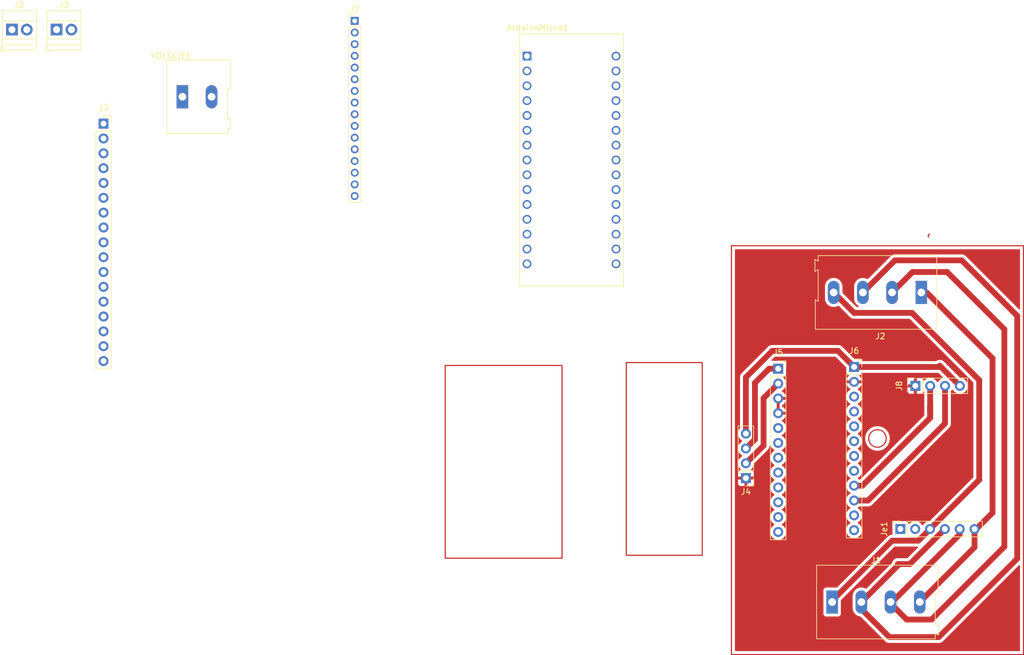
<source format=kicad_pcb>
(kicad_pcb (version 20240108) (generator "pcbnew") (generator_version "8.0")
  (layers (0 "F.Cu" signal) (31 "B.Cu" signal) (34 "B.Paste" user) (35 "F.Paste" user) (36 "B.SilkS" user "B.Silkscreen") (37 "F.SilkS" user "F.Silkscreen") (38 "B.Mask" user) (39 "F.Mask" user) (44 "Edge.Cuts" user))
  (net 0 "")
  (net 46 "Net-(J1-Pin_3)")
  (net 47 "Net-(J1-Pin_1)")
  (net 48 "Net-(J1-Pin_4)")
  (net 49 "Net-(J1-Pin_2)")
  (net 84 "Net-(J4-Pin_3)")
  (net 85 "Net-(J4-Pin_4)")
  (net 86 "GND")
  (net 89 "Net-(J4-Pin_2)")
  (net 92 "Net-(J6-Pin_9)")
  (net 93 "Net-(J6-Pin_10)")
  (footprint "Connector_PinSocket_2.54mm:PinSocket_1x12_P2.54mm_Vertical" (layer "F.Cu") (at 236.5 83.76)
    (property "Reference" "J6" (at 0 -2.77 360) (layer "F.SilkS"))
    (property "Value" "Conn_01x12_Pin")
    (fp_line (start -1.33 1.27) (end -1.33 29.27) (stroke (width 0.12)) (layer "F.SilkS"))
    (fp_line (start -1.33 1.27) (end 1.33 1.27) (stroke (width 0.12)) (layer "F.SilkS"))
    (fp_line (start -1.33 29.27) (end 1.33 29.27) (stroke (width 0.12)) (layer "F.SilkS"))
    (fp_line (start 0 -1.33) (end 1.33 -1.33) (stroke (width 0.12)) (layer "F.SilkS"))
    (fp_line (start 1.33 -1.33) (end 1.33 0) (stroke (width 0.12)) (layer "F.SilkS"))
    (fp_line (start 1.33 1.27) (end 1.33 29.27) (stroke (width 0.12)) (layer "F.SilkS"))
    (pad "1" thru_hole rect (at 0 0) (size 1.7 1.7) (drill 1) (layers "*.Cu" "*.Mask") (net 85 "Net-(J4-Pin_4)"))
    (pad "2" thru_hole oval (at 0 2.54) (size 1.7 1.7) (drill 1) (layers "*.Cu" "*.Mask") (net 86 "GND"))
    (pad "3" thru_hole oval (at 0 5.08) (size 1.7 1.7) (drill 1) (layers "*.Cu" "*.Mask"))
    (pad "4" thru_hole oval (at 0 7.62) (size 1.7 1.7) (drill 1) (layers "*.Cu" "*.Mask"))
    (pad "5" thru_hole oval (at 0 10.16) (size 1.7 1.7) (drill 1) (layers "*.Cu" "*.Mask"))
    (pad "6" thru_hole oval (at 0 12.7) (size 1.7 1.7) (drill 1) (layers "*.Cu" "*.Mask"))
    (pad "7" thru_hole oval (at 0 15.24) (size 1.7 1.7) (drill 1) (layers "*.Cu" "*.Mask"))
    (pad "8" thru_hole oval (at 0 17.78) (size 1.7 1.7) (drill 1) (layers "*.Cu" "*.Mask"))
    (pad "9" thru_hole oval (at 0 20.32) (size 1.7 1.7) (drill 1) (layers "*.Cu" "*.Mask") (net 92 "Net-(J6-Pin_9)"))
    (pad "10" thru_hole oval (at 0 22.86) (size 1.7 1.7) (drill 1) (layers "*.Cu" "*.Mask") (net 93 "Net-(J6-Pin_10)"))
    (pad "11" thru_hole oval (at 0 25.4) (size 1.7 1.7) (drill 1) (layers "*.Cu" "*.Mask"))
    (pad "12" thru_hole oval (at 0 27.94) (size 1.7 1.7) (drill 1) (layers "*.Cu" "*.Mask"))
  )
  (footprint "TerminalBlock:TerminalBlock_Xinya_XY308-2.54-2P_1x02_P2.54mm_Horizontal" (layer "F.Cu") (at 92.32 26)
    (property "Reference" "J2" (at 1.27 -4.22 0) (layer "F.SilkS"))
    (property "Value" "Screw_Terminal_01x02")
    (fp_line (start -1.88 2.72) (end -1.88 3.76) (stroke (width 0.12)) (layer "F.SilkS"))
    (fp_line (start -1.88 3.76) (end -1.08 3.76) (stroke (width 0.12)) (layer "F.SilkS"))
    (fp_line (start -1.64 -3.22) (end -1.64 3.52) (stroke (width 0.12)) (layer "F.SilkS"))
    (fp_line (start -1.64 -3.22) (end 4.18 -3.22) (stroke (width 0.12)) (layer "F.SilkS"))
    (fp_line (start -1.64 -1.501) (end 4.18 -1.501) (stroke (width 0.12)) (layer "F.SilkS"))
    (fp_line (start -1.64 1.6) (end 4.18 1.6) (stroke (width 0.12)) (layer "F.SilkS"))
    (fp_line (start -1.64 2.6) (end 4.18 2.6) (stroke (width 0.12)) (layer "F.SilkS"))
    (fp_line (start -1.64 3.52) (end 4.18 3.52) (stroke (width 0.12)) (layer "F.SilkS"))
    (fp_line (start 4.18 -3.22) (end 4.18 3.52) (stroke (width 0.12)) (layer "F.SilkS"))
    (pad "1" thru_hole rect (at 0 0) (size 2 2) (drill 1.2) (layers "*.Cu" "*.Mask"))
    (pad "2" thru_hole circle (at 2.54 0) (size 2 2) (drill 1.2) (layers "*.Cu" "*.Mask"))
  )
  (footprint "Connector_PinSocket_2.54mm:PinSocket_1x12_P2.54mm_Vertical" (layer "F.Cu") (at 223.5 84.06)
    (property "Reference" "J5" (at 0 -2.77 360) (layer "F.SilkS"))
    (property "Value" "Conn_01x12_Pin")
    (fp_line (start -1.33 1.27) (end -1.33 29.27) (stroke (width 0.12)) (layer "F.SilkS"))
    (fp_line (start -1.33 1.27) (end 1.33 1.27) (stroke (width 0.12)) (layer "F.SilkS"))
    (fp_line (start -1.33 29.27) (end 1.33 29.27) (stroke (width 0.12)) (layer "F.SilkS"))
    (fp_line (start 0 -1.33) (end 1.33 -1.33) (stroke (width 0.12)) (layer "F.SilkS"))
    (fp_line (start 1.33 -1.33) (end 1.33 0) (stroke (width 0.12)) (layer "F.SilkS"))
    (fp_line (start 1.33 1.27) (end 1.33 29.27) (stroke (width 0.12)) (layer "F.SilkS"))
    (pad "1" thru_hole rect (at 0 0) (size 1.7 1.7) (drill 1) (layers "*.Cu" "*.Mask") (net 84 "Net-(J4-Pin_3)"))
    (pad "2" thru_hole oval (at 0 2.54) (size 1.7 1.7) (drill 1) (layers "*.Cu" "*.Mask") (net 89 "Net-(J4-Pin_2)"))
    (pad "3" thru_hole oval (at 0 5.08) (size 1.7 1.7) (drill 1) (layers "*.Cu" "*.Mask") (net 86 "GND"))
    (pad "4" thru_hole oval (at 0 7.62) (size 1.7 1.7) (drill 1) (layers "*.Cu" "*.Mask") (net 86 "GND"))
    (pad "5" thru_hole oval (at 0 10.16) (size 1.7 1.7) (drill 1) (layers "*.Cu" "*.Mask"))
    (pad "6" thru_hole oval (at 0 12.7) (size 1.7 1.7) (drill 1) (layers "*.Cu" "*.Mask"))
    (pad "7" thru_hole oval (at 0 15.24) (size 1.7 1.7) (drill 1) (layers "*.Cu" "*.Mask"))
    (pad "8" thru_hole oval (at 0 17.78) (size 1.7 1.7) (drill 1) (layers "*.Cu" "*.Mask"))
    (pad "9" thru_hole oval (at 0 20.32) (size 1.7 1.7) (drill 1) (layers "*.Cu" "*.Mask"))
    (pad "10" thru_hole oval (at 0 22.86) (size 1.7 1.7) (drill 1) (layers "*.Cu" "*.Mask"))
    (pad "11" thru_hole oval (at 0 25.4) (size 1.7 1.7) (drill 1) (layers "*.Cu" "*.Mask"))
    (pad "12" thru_hole oval (at 0 27.94) (size 1.7 1.7) (drill 1) (layers "*.Cu" "*.Mask"))
  )
  (footprint "Connector_PinHeader_2.00mm:PinHeader_1x16_P2.00mm_Vertical" (layer "F.Cu") (at 151 24.5)
    (property "Reference" "J2" (at 0 -2.06 0) (layer "F.SilkS"))
    (property "Value" "Conn_01x16_Socket")
    (fp_line (start -1.06 -1.06) (end 0 -1.06) (stroke (width 0.12)) (layer "F.SilkS"))
    (fp_line (start -1.06 0) (end -1.06 -1.06) (stroke (width 0.12)) (layer "F.SilkS"))
    (fp_line (start -1.06 1) (end -1.06 31.06) (stroke (width 0.12)) (layer "F.SilkS"))
    (fp_line (start -1.06 1) (end 1.06 1) (stroke (width 0.12)) (layer "F.SilkS"))
    (fp_line (start -1.06 31.06) (end 1.06 31.06) (stroke (width 0.12)) (layer "F.SilkS"))
    (fp_line (start 1.06 1) (end 1.06 31.06) (stroke (width 0.12)) (layer "F.SilkS"))
    (pad "1" thru_hole rect (at 0 0) (size 1.35 1.35) (drill 0.8) (layers "*.Cu" "*.Mask"))
    (pad "2" thru_hole oval (at 0 2) (size 1.35 1.35) (drill 0.8) (layers "*.Cu" "*.Mask"))
    (pad "3" thru_hole oval (at 0 4) (size 1.35 1.35) (drill 0.8) (layers "*.Cu" "*.Mask"))
    (pad "4" thru_hole oval (at 0 6) (size 1.35 1.35) (drill 0.8) (layers "*.Cu" "*.Mask"))
    (pad "5" thru_hole oval (at 0 8) (size 1.35 1.35) (drill 0.8) (layers "*.Cu" "*.Mask"))
    (pad "6" thru_hole oval (at 0 10) (size 1.35 1.35) (drill 0.8) (layers "*.Cu" "*.Mask"))
    (pad "7" thru_hole oval (at 0 12) (size 1.35 1.35) (drill 0.8) (layers "*.Cu" "*.Mask"))
    (pad "8" thru_hole oval (at 0 14) (size 1.35 1.35) (drill 0.8) (layers "*.Cu" "*.Mask"))
    (pad "9" thru_hole oval (at 0 16) (size 1.35 1.35) (drill 0.8) (layers "*.Cu" "*.Mask"))
    (pad "10" thru_hole oval (at 0 18) (size 1.35 1.35) (drill 0.8) (layers "*.Cu" "*.Mask"))
    (pad "11" thru_hole oval (at 0 20) (size 1.35 1.35) (drill 0.8) (layers "*.Cu" "*.Mask"))
    (pad "12" thru_hole oval (at 0 22) (size 1.35 1.35) (drill 0.8) (layers "*.Cu" "*.Mask"))
    (pad "13" thru_hole oval (at 0 24) (size 1.35 1.35) (drill 0.8) (layers "*.Cu" "*.Mask"))
    (pad "14" thru_hole oval (at 0 26) (size 1.35 1.35) (drill 0.8) (layers "*.Cu" "*.Mask"))
    (pad "15" thru_hole oval (at 0 28) (size 1.35 1.35) (drill 0.8) (layers "*.Cu" "*.Mask"))
    (pad "16" thru_hole oval (at 0 30) (size 1.35 1.35) (drill 0.8) (layers "*.Cu" "*.Mask"))
  )
  (footprint "TerminalBlock:TerminalBlock_Altech_AK300-4_P5.00mm" (layer "F.Cu") (at 248 71 180)
    (property "Reference" "J2" (at 7 -7.5 360) (layer "F.SilkS"))
    (property "Value" "Screw_Terminal_01x04")
    (fp_line (start 18.2 5.65) (end 17.65 5.35) (stroke (width 0.12)) (layer "F.SilkS"))
    (fp_line (start 18.2 3.6) (end 18.2 5.65) (stroke (width 0.12)) (layer "F.SilkS"))
    (fp_line (start 18.15 -1.25) (end 17.65 -1.5) (stroke (width 0.12)) (layer "F.SilkS"))
    (fp_line (start 18.15 -6.3) (end 18.15 -1.25) (stroke (width 0.12)) (layer "F.SilkS"))
    (fp_line (start 17.65 6.3) (end -2.65 6.3) (stroke (width 0.12)) (layer "F.SilkS"))
    (fp_line (start 17.65 5.35) (end 17.65 6.3) (stroke (width 0.12)) (layer "F.SilkS"))
    (fp_line (start 17.65 3.9) (end 18.2 3.6) (stroke (width 0.12)) (layer "F.SilkS"))
    (fp_line (start 17.65 -1.5) (end 17.65 3.9) (stroke (width 0.12)) (layer "F.SilkS"))
    (fp_line (start -2.65 6.3) (end -2.65 -6.3) (stroke (width 0.12)) (layer "F.SilkS"))
    (fp_line (start -2.65 -6.3) (end 18.15 -6.3) (stroke (width 0.12)) (layer "F.SilkS"))
    (pad "1" thru_hole rect (at 0 0 180) (size 1.98 3.96) (drill 1.32) (layers "*.Cu" "*.Mask") (net 48 "Net-(J1-Pin_4)"))
    (pad "2" thru_hole oval (at 5 0 180) (size 1.98 3.96) (drill 1.32) (layers "*.Cu" "*.Mask") (net 46 "Net-(J1-Pin_3)"))
    (pad "3" thru_hole oval (at 10 0 180) (size 1.98 3.96) (drill 1.32) (layers "*.Cu" "*.Mask") (net 49 "Net-(J1-Pin_2)"))
    (pad "4" thru_hole oval (at 15 0 180) (size 1.98 3.96) (drill 1.32) (layers "*.Cu" "*.Mask") (net 47 "Net-(J1-Pin_1)"))
  )
  (footprint "Connector_PinSocket_2.54mm:PinSocket_1x17_P2.54mm_Vertical" (layer "F.Cu") (at 108 42.1)
    (property "Reference" "J3" (at 0 -2.77 0) (layer "F.SilkS"))
    (property "Value" "Conn_01x17_Pin")
    (fp_line (start -1.33 1.27) (end -1.33 41.97) (stroke (width 0.12)) (layer "F.SilkS"))
    (fp_line (start -1.33 1.27) (end 1.33 1.27) (stroke (width 0.12)) (layer "F.SilkS"))
    (fp_line (start -1.33 41.97) (end 1.33 41.97) (stroke (width 0.12)) (layer "F.SilkS"))
    (fp_line (start 0 -1.33) (end 1.33 -1.33) (stroke (width 0.12)) (layer "F.SilkS"))
    (fp_line (start 1.33 -1.33) (end 1.33 0) (stroke (width 0.12)) (layer "F.SilkS"))
    (fp_line (start 1.33 1.27) (end 1.33 41.97) (stroke (width 0.12)) (layer "F.SilkS"))
    (pad "1" thru_hole rect (at 0 0) (size 1.7 1.7) (drill 1) (layers "*.Cu" "*.Mask"))
    (pad "2" thru_hole oval (at 0 2.54) (size 1.7 1.7) (drill 1) (layers "*.Cu" "*.Mask"))
    (pad "3" thru_hole oval (at 0 5.08) (size 1.7 1.7) (drill 1) (layers "*.Cu" "*.Mask"))
    (pad "4" thru_hole oval (at 0 7.62) (size 1.7 1.7) (drill 1) (layers "*.Cu" "*.Mask"))
    (pad "5" thru_hole oval (at 0 10.16) (size 1.7 1.7) (drill 1) (layers "*.Cu" "*.Mask"))
    (pad "6" thru_hole oval (at 0 12.7) (size 1.7 1.7) (drill 1) (layers "*.Cu" "*.Mask"))
    (pad "7" thru_hole oval (at 0 15.24) (size 1.7 1.7) (drill 1) (layers "*.Cu" "*.Mask"))
    (pad "8" thru_hole oval (at 0 17.78) (size 1.7 1.7) (drill 1) (layers "*.Cu" "*.Mask"))
    (pad "9" thru_hole oval (at 0 20.32) (size 1.7 1.7) (drill 1) (layers "*.Cu" "*.Mask"))
    (pad "10" thru_hole oval (at 0 22.86) (size 1.7 1.7) (drill 1) (layers "*.Cu" "*.Mask"))
    (pad "11" thru_hole oval (at 0 25.4) (size 1.7 1.7) (drill 1) (layers "*.Cu" "*.Mask"))
    (pad "12" thru_hole oval (at 0 27.94) (size 1.7 1.7) (drill 1) (layers "*.Cu" "*.Mask"))
    (pad "13" thru_hole oval (at 0 30.48) (size 1.7 1.7) (drill 1) (layers "*.Cu" "*.Mask"))
    (pad "14" thru_hole oval (at 0 33.02) (size 1.7 1.7) (drill 1) (layers "*.Cu" "*.Mask"))
    (pad "15" thru_hole oval (at 0 35.56) (size 1.7 1.7) (drill 1) (layers "*.Cu" "*.Mask"))
    (pad "16" thru_hole oval (at 0 38.1) (size 1.7 1.7) (drill 1) (layers "*.Cu" "*.Mask"))
    (pad "17" thru_hole oval (at 0 40.64) (size 1.7 1.7) (drill 1) (layers "*.Cu" "*.Mask"))
  )
  (footprint "TerminalBlock:TerminalBlock_Altech_AK300-4_P5.00mm" (layer "F.Cu") (at 232.74 124)
    (property "Reference" "J1" (at 7.5 -7.15 360) (layer "F.SilkS"))
    (property "Value" "Screw_Terminal_01x04")
    (fp_line (start -2.65 -6.3) (end 18.15 -6.3) (stroke (width 0.12)) (layer "F.SilkS"))
    (fp_line (start -2.65 6.3) (end -2.65 -6.3) (stroke (width 0.12)) (layer "F.SilkS"))
    (fp_line (start 17.65 -1.5) (end 17.65 3.9) (stroke (width 0.12)) (layer "F.SilkS"))
    (fp_line (start 17.65 3.9) (end 18.2 3.6) (stroke (width 0.12)) (layer "F.SilkS"))
    (fp_line (start 17.65 5.35) (end 17.65 6.3) (stroke (width 0.12)) (layer "F.SilkS"))
    (fp_line (start 17.65 6.3) (end -2.65 6.3) (stroke (width 0.12)) (layer "F.SilkS"))
    (fp_line (start 18.15 -6.3) (end 18.15 -1.25) (stroke (width 0.12)) (layer "F.SilkS"))
    (fp_line (start 18.15 -1.25) (end 17.65 -1.5) (stroke (width 0.12)) (layer "F.SilkS"))
    (fp_line (start 18.2 3.6) (end 18.2 5.65) (stroke (width 0.12)) (layer "F.SilkS"))
    (fp_line (start 18.2 5.65) (end 17.65 5.35) (stroke (width 0.12)) (layer "F.SilkS"))
    (pad "1" thru_hole rect (at 0 0) (size 1.98 3.96) (drill 1.32) (layers "*.Cu" "*.Mask") (net 47 "Net-(J1-Pin_1)"))
    (pad "2" thru_hole oval (at 5 0) (size 1.98 3.96) (drill 1.32) (layers "*.Cu" "*.Mask") (net 49 "Net-(J1-Pin_2)"))
    (pad "3" thru_hole oval (at 10 0) (size 1.98 3.96) (drill 1.32) (layers "*.Cu" "*.Mask") (net 46 "Net-(J1-Pin_3)"))
    (pad "4" thru_hole oval (at 15 0) (size 1.98 3.96) (drill 1.32) (layers "*.Cu" "*.Mask") (net 48 "Net-(J1-Pin_4)"))
  )
  (footprint "TerminalBlock:TerminalBlock_Altech_AK300-2_P5.00mm" (layer "F.Cu") (at 121.5 37.5)
    (property "Reference" "VOLTAJE1" (at -1.92 -6.99 0) (layer "F.SilkS"))
    (property "Value" "Screw_Terminal_01x02")
    (fp_line (start -2.65 -6.3) (end -2.65 6.3) (stroke (width 0.12)) (layer "F.SilkS"))
    (fp_line (start -2.65 6.3) (end 7.7 6.3) (stroke (width 0.12)) (layer "F.SilkS"))
    (fp_line (start 7.7 -1.5) (end 8.2 -1.2) (stroke (width 0.12)) (layer "F.SilkS"))
    (fp_line (start 7.7 3.9) (end 7.7 -1.5) (stroke (width 0.12)) (layer "F.SilkS"))
    (fp_line (start 7.7 5.35) (end 8.2 5.6) (stroke (width 0.12)) (layer "F.SilkS"))
    (fp_line (start 7.7 6.3) (end 7.7 5.35) (stroke (width 0.12)) (layer "F.SilkS"))
    (fp_line (start 8.2 -6.3) (end -2.65 -6.3) (stroke (width 0.12)) (layer "F.SilkS"))
    (fp_line (start 8.2 -1.2) (end 8.2 -6.3) (stroke (width 0.12)) (layer "F.SilkS"))
    (fp_line (start 8.2 3.65) (end 7.7 3.9) (stroke (width 0.12)) (layer "F.SilkS"))
    (fp_line (start 8.2 3.7) (end 8.2 3.65) (stroke (width 0.12)) (layer "F.SilkS"))
    (fp_line (start 8.2 5.6) (end 8.2 3.7) (stroke (width 0.12)) (layer "F.SilkS"))
    (pad "1" thru_hole rect (at 0 0) (size 1.98 3.96) (drill 1.32) (layers "*.Cu" "*.Mask"))
    (pad "2" thru_hole oval (at 5 0) (size 1.98 3.96) (drill 1.32) (layers "*.Cu" "*.Mask"))
  )
  (footprint "A000005:MODULE_A000005" (layer "F.Cu") (at 188.12 48.32)
    (property "Reference" "ArduinoMicro1" (at -5.825 -22.635 0) (layer "F.SilkS"))
    (property "Value" "A000005")
    (fp_line (start -8.89 -21.59) (end 8.89 -21.59) (stroke (width 0.127)) (layer "F.SilkS"))
    (fp_line (start -8.89 21.59) (end -8.89 -21.59) (stroke (width 0.127)) (layer "F.SilkS"))
    (fp_line (start 8.89 -21.59) (end 8.89 21.59) (stroke (width 0.127)) (layer "F.SilkS"))
    (fp_line (start 8.89 21.59) (end -8.89 21.59) (stroke (width 0.127)) (layer "F.SilkS"))
    (fp_circle (center -9.75 -18) (end -9.65 -18) (stroke (width 0.2)) (fill none) (layer "F.SilkS"))
    (pad "" np_thru_hole circle (at -7.62 -20.32) (size 1.651 1.651) (drill 1.651) (layers "*.Cu" "*.Mask"))
    (pad "" np_thru_hole circle (at -7.62 20.32) (size 1.651 1.651) (drill 1.651) (layers "*.Cu" "*.Mask"))
    (pad "" np_thru_hole circle (at 7.62 -20.32) (size 1.651 1.651) (drill 1.651) (layers "*.Cu" "*.Mask"))
    (pad "" np_thru_hole circle (at 7.62 20.32) (size 1.651 1.651) (drill 1.651) (layers "*.Cu" "*.Mask"))
    (pad "1" thru_hole rect (at -7.62 -17.78) (size 1.508 1.508) (drill 1) (layers "*.Cu" "*.Mask"))
    (pad "2" thru_hole circle (at -7.62 -15.24) (size 1.508 1.508) (drill 1) (layers "*.Cu" "*.Mask"))
    (pad "3" thru_hole circle (at -7.62 -12.7) (size 1.508 1.508) (drill 1) (layers "*.Cu" "*.Mask"))
    (pad "4" thru_hole circle (at -7.62 -10.16) (size 1.508 1.508) (drill 1) (layers "*.Cu" "*.Mask"))
    (pad "5" thru_hole circle (at -7.62 -7.62) (size 1.508 1.508) (drill 1) (layers "*.Cu" "*.Mask"))
    (pad "6" thru_hole circle (at -7.62 -5.08) (size 1.508 1.508) (drill 1) (layers "*.Cu" "*.Mask"))
    (pad "7" thru_hole circle (at -7.62 -2.54) (size 1.508 1.508) (drill 1) (layers "*.Cu" "*.Mask"))
    (pad "8" thru_hole circle (at -7.62 0) (size 1.508 1.508) (drill 1) (layers "*.Cu" "*.Mask"))
    (pad "9" thru_hole circle (at -7.62 2.54) (size 1.508 1.508) (drill 1) (layers "*.Cu" "*.Mask"))
    (pad "10" thru_hole circle (at -7.62 5.08) (size 1.508 1.508) (drill 1) (layers "*.Cu" "*.Mask"))
    (pad "11" thru_hole circle (at -7.62 7.62) (size 1.508 1.508) (drill 1) (layers "*.Cu" "*.Mask"))
    (pad "12" thru_hole circle (at -7.62 10.16) (size 1.508 1.508) (drill 1) (layers "*.Cu" "*.Mask"))
    (pad "13" thru_hole circle (at -7.62 12.7) (size 1.508 1.508) (drill 1) (layers "*.Cu" "*.Mask"))
    (pad "14" thru_hole circle (at -7.62 15.24) (size 1.508 1.508) (drill 1) (layers "*.Cu" "*.Mask"))
    (pad "15" thru_hole circle (at -7.62 17.78) (size 1.508 1.508) (drill 1) (layers "*.Cu" "*.Mask"))
    (pad "16" thru_hole circle (at 7.62 17.78) (size 1.508 1.508) (drill 1) (layers "*.Cu" "*.Mask"))
    (pad "17" thru_hole circle (at 7.62 15.24) (size 1.508 1.508) (drill 1) (layers "*.Cu" "*.Mask"))
    (pad "18" thru_hole circle (at 7.62 12.7) (size 1.508 1.508) (drill 1) (layers "*.Cu" "*.Mask"))
    (pad "19" thru_hole circle (at 7.62 10.16) (size 1.508 1.508) (drill 1) (layers "*.Cu" "*.Mask"))
    (pad "20" thru_hole circle (at 7.62 7.62) (size 1.508 1.508) (drill 1) (layers "*.Cu" "*.Mask"))
    (pad "21" thru_hole circle (at 7.62 5.08) (size 1.508 1.508) (drill 1) (layers "*.Cu" "*.Mask"))
    (pad "22" thru_hole circle (at 7.62 2.54) (size 1.508 1.508) (drill 1) (layers "*.Cu" "*.Mask"))
    (pad "23" thru_hole circle (at 7.62 0) (size 1.508 1.508) (drill 1) (layers "*.Cu" "*.Mask"))
    (pad "24" thru_hole circle (at 7.62 -2.54) (size 1.508 1.508) (drill 1) (layers "*.Cu" "*.Mask"))
    (pad "25" thru_hole circle (at 7.62 -5.08) (size 1.508 1.508) (drill 1) (layers "*.Cu" "*.Mask"))
    (pad "26" thru_hole circle (at 7.62 -7.62) (size 1.508 1.508) (drill 1) (layers "*.Cu" "*.Mask"))
    (pad "27" thru_hole circle (at 7.62 -10.16) (size 1.508 1.508) (drill 1) (layers "*.Cu" "*.Mask"))
    (pad "28" thru_hole circle (at 7.62 -12.7) (size 1.508 1.508) (drill 1) (layers "*.Cu" "*.Mask"))
    (pad "29" thru_hole circle (at 7.62 -15.24) (size 1.508 1.508) (drill 1) (layers "*.Cu" "*.Mask"))
    (pad "30" thru_hole circle (at 7.62 -17.78) (size 1.508 1.508) (drill 1) (layers "*.Cu" "*.Mask"))
  )
  (footprint "Connector_PinSocket_2.54mm:PinSocket_1x04_P2.54mm_Vertical" (layer "F.Cu") (at 246.983481 86.991292 90)
    (property "Reference" "J8" (at 0 -2.77 90) (layer "F.SilkS"))
    (property "Value" "Conn_01x04_Pin")
    (fp_line (start 1.33 -1.33) (end 1.33 0) (stroke (width 0.12)) (layer "F.SilkS"))
    (fp_line (start 0 -1.33) (end 1.33 -1.33) (stroke (width 0.12)) (layer "F.SilkS"))
    (fp_line (start 1.33 1.27) (end 1.33 8.95) (stroke (width 0.12)) (layer "F.SilkS"))
    (fp_line (start -1.33 1.27) (end 1.33 1.27) (stroke (width 0.12)) (layer "F.SilkS"))
    (fp_line (start -1.33 1.27) (end -1.33 8.95) (stroke (width 0.12)) (layer "F.SilkS"))
    (fp_line (start -1.33 8.95) (end 1.33 8.95) (stroke (width 0.12)) (layer "F.SilkS"))
    (pad "1" thru_hole rect (at 0 0 90) (size 1.7 1.7) (drill 1) (layers "*.Cu" "*.Mask") (net 86 "GND"))
    (pad "2" thru_hole oval (at 0 2.54 90) (size 1.7 1.7) (drill 1) (layers "*.Cu" "*.Mask") (net 92 "Net-(J6-Pin_9)"))
    (pad "3" thru_hole oval (at 0 5.08 90) (size 1.7 1.7) (drill 1) (layers "*.Cu" "*.Mask") (net 93 "Net-(J6-Pin_10)"))
    (pad "4" thru_hole oval (at 0 7.62 90) (size 1.7 1.7) (drill 1) (layers "*.Cu" "*.Mask") (net 85 "Net-(J4-Pin_4)"))
  )
  (footprint "TerminalBlock:TerminalBlock_Xinya_XY308-2.54-2P_1x02_P2.54mm_Horizontal" (layer "F.Cu") (at 99.96 26)
    (property "Reference" "J3" (at 1.27 -4.22 0) (layer "F.SilkS"))
    (property "Value" "Screw_Terminal_01x02")
    (fp_line (start -1.88 2.72) (end -1.88 3.76) (stroke (width 0.12)) (layer "F.SilkS"))
    (fp_line (start -1.88 3.76) (end -1.08 3.76) (stroke (width 0.12)) (layer "F.SilkS"))
    (fp_line (start -1.64 -3.22) (end -1.64 3.52) (stroke (width 0.12)) (layer "F.SilkS"))
    (fp_line (start -1.64 -3.22) (end 4.18 -3.22) (stroke (width 0.12)) (layer "F.SilkS"))
    (fp_line (start -1.64 -1.501) (end 4.18 -1.501) (stroke (width 0.12)) (layer "F.SilkS"))
    (fp_line (start -1.64 1.6) (end 4.18 1.6) (stroke (width 0.12)) (layer "F.SilkS"))
    (fp_line (start -1.64 2.6) (end 4.18 2.6) (stroke (width 0.12)) (layer "F.SilkS"))
    (fp_line (start -1.64 3.52) (end 4.18 3.52) (stroke (width 0.12)) (layer "F.SilkS"))
    (fp_line (start 4.18 -3.22) (end 4.18 3.52) (stroke (width 0.12)) (layer "F.SilkS"))
    (pad "1" thru_hole rect (at 0 0) (size 2 2) (drill 1.2) (layers "*.Cu" "*.Mask"))
    (pad "2" thru_hole circle (at 2.54 0) (size 2 2) (drill 1.2) (layers "*.Cu" "*.Mask"))
  )
  (footprint "Connector_PinSocket_2.54mm:PinSocket_1x06_P2.54mm_Vertical" (layer "F.Cu") (at 244.42 111.5 90)
    (property "Reference" "Je1" (at 0 -2.77 90) (layer "F.SilkS"))
    (property "Value" "Conn_01x06_Pin")
    (fp_line (start 1.33 -1.33) (end 1.33 0) (stroke (width 0.12)) (layer "F.SilkS"))
    (fp_line (start 0 -1.33) (end 1.33 -1.33) (stroke (width 0.12)) (layer "F.SilkS"))
    (fp_line (start 1.33 1.27) (end 1.33 14.03) (stroke (width 0.12)) (layer "F.SilkS"))
    (fp_line (start -1.33 1.27) (end 1.33 1.27) (stroke (width 0.12)) (layer "F.SilkS"))
    (fp_line (start -1.33 1.27) (end -1.33 14.03) (stroke (width 0.12)) (layer "F.SilkS"))
    (fp_line (start -1.33 14.03) (end 1.33 14.03) (stroke (width 0.12)) (layer "F.SilkS"))
    (pad "1" thru_hole rect (at 0 0 90) (size 1.7 1.7) (drill 1) (layers "*.Cu" "*.Mask"))
    (pad "2" thru_hole oval (at 0 2.54 90) (size 1.7 1.7) (drill 1) (layers "*.Cu" "*.Mask"))
    (pad "3" thru_hole oval (at 0 5.08 90) (size 1.7 1.7) (drill 1) (layers "*.Cu" "*.Mask") (net 47 "Net-(J1-Pin_1)"))
    (pad "4" thru_hole oval (at 0 7.62 90) (size 1.7 1.7) (drill 1) (layers "*.Cu" "*.Mask") (net 49 "Net-(J1-Pin_2)"))
    (pad "5" thru_hole oval (at 0 10.16 90) (size 1.7 1.7) (drill 1) (layers "*.Cu" "*.Mask") (net 46 "Net-(J1-Pin_3)"))
    (pad "6" thru_hole oval (at 0 12.7 90) (size 1.7 1.7) (drill 1) (layers "*.Cu" "*.Mask") (net 48 "Net-(J1-Pin_4)"))
  )
  (footprint "Connector_PinHeader_2.54mm:PinHeader_1x04_P2.54mm_Vertical" (layer "F.Cu") (at 217.975 102.79 180)
    (property "Reference" "J4" (at 0 -2.33 360) (layer "F.SilkS"))
    (property "Value" "Conn_01x04_Pin" (hide yes))
    (fp_line (start 1.33 1.27) (end 1.33 8.95) (stroke (width 0.12)) (layer "F.SilkS"))
    (fp_line (start -1.33 8.95) (end 1.33 8.95) (stroke (width 0.12)) (layer "F.SilkS"))
    (fp_line (start -1.33 1.27) (end 1.33 1.27) (stroke (width 0.12)) (layer "F.SilkS"))
    (fp_line (start -1.33 1.27) (end -1.33 8.95) (stroke (width 0.12)) (layer "F.SilkS"))
    (fp_line (start -1.33 0) (end -1.33 -1.33) (stroke (width 0.12)) (layer "F.SilkS"))
    (fp_line (start -1.33 -1.33) (end 0 -1.33) (stroke (width 0.12)) (layer "F.SilkS"))
    (pad "1" thru_hole rect (at 0 0 180) (size 1.7 1.7) (drill 1) (layers "*.Cu" "*.Mask") (net 86 "GND"))
    (pad "2" thru_hole oval (at 0 2.54 180) (size 1.7 1.7) (drill 1) (layers "*.Cu" "*.Mask") (net 89 "Net-(J4-Pin_2)"))
    (pad "3" thru_hole oval (at 0 5.08 180) (size 1.7 1.7) (drill 1) (layers "*.Cu" "*.Mask") (net 84 "Net-(J4-Pin_3)"))
    (pad "4" thru_hole oval (at 0 7.62 180) (size 1.7 1.7) (drill 1) (layers "*.Cu" "*.Mask") (net 85 "Net-(J4-Pin_4)"))
  )
  (gr_rect (start 166.5 83.5) (end 186.5 116.5) (stroke (width 0.2)) (fill none) (layer "F.Cu"))
  (gr_rect (start 215.5 63) (end 265.5 133) (stroke (width 0.2)) (fill none) (layer "F.Cu"))
  (gr_circle (center 240.5 96) (end 242 96) (stroke (width 0.2)) (fill none) (layer "F.Cu"))
  (gr_rect (start 197.5 116) (end 210.5 83) (stroke (width 0.2)) (fill none) (layer "F.Cu"))
  (segment (start 249.42 61) (end 249.21 61.21) (width 0.2) (layer "F.Cu") (net 0))
  (segment (start 249.21 61.21) (end 249.21 61.5) (width 0.2) (layer "F.Cu") (net 0))
  (segment (start 246.5 67.5) (end 252.42 67.5) (width 1) (layer "F.Cu") (net 46))
  (segment (start 242.74 124.24) (end 242.74 124) (width 1) (layer "F.Cu") (net 46))
  (segment (start 243 71) (end 246.5 67.5) (width 1) (layer "F.Cu") (net 46))
  (segment (start 254.58 112.42) (end 243 124) (width 1) (layer "F.Cu") (net 46))
  (segment (start 243 124) (end 242.74 124) (width 1) (layer "F.Cu") (net 46))
  (segment (start 249.75 127) (end 245.5 127) (width 1) (layer "F.Cu") (net 46))
  (segment (start 262.218113 77.298113) (end 262.218113 114.531887) (width 1) (layer "F.Cu") (net 46))
  (segment (start 254.58 111.5) (end 254.58 112.42) (width 1) (layer "F.Cu") (net 46))
  (segment (start 262.218113 114.531887) (end 249.75 127) (width 1) (layer "F.Cu") (net 46))
  (segment (start 252.42 67.5) (end 262.218113 77.298113) (width 1) (layer "F.Cu") (net 46))
  (segment (start 245.5 127) (end 242.74 124.24) (width 1) (layer "F.Cu") (net 46))
  (segment (start 236.5 74.5) (end 246.42 74.5) (width 1) (layer "F.Cu") (net 47))
  (segment (start 249.5 111.5) (end 247.5 113.5) (width 1) (layer "F.Cu") (net 47))
  (segment (start 247.5 113.5) (end 243 113.5) (width 1) (layer "F.Cu") (net 47))
  (segment (start 246.42 74.5) (end 257.92 86) (width 1) (layer "F.Cu") (net 47))
  (segment (start 257.92 103.08) (end 249.5 111.5) (width 1) (layer "F.Cu") (net 47))
  (segment (start 233 71) (end 236.5 74.5) (width 1) (layer "F.Cu") (net 47))
  (segment (start 257.92 86) (end 257.92 103.08) (width 1) (layer "F.Cu") (net 47))
  (segment (start 243 113.5) (end 232.74 123.76) (width 1) (layer "F.Cu") (net 47))
  (segment (start 232.74 123.76) (end 232.74 124) (width 1) (layer "F.Cu") (net 47))
  (segment (start 248.92 71) (end 260.202441 82.282441) (width 1) (layer "F.Cu") (net 48))
  (segment (start 257.12 114.62) (end 257.12 111.5) (width 1) (layer "F.Cu") (net 48))
  (segment (start 260.202441 82.282441) (end 260.202441 108.717559) (width 1) (layer "F.Cu") (net 48))
  (segment (start 260.202441 108.717559) (end 257.42 111.5) (width 1) (layer "F.Cu") (net 48))
  (segment (start 247.74 124) (end 257.12 114.62) (width 1) (layer "F.Cu") (net 48))
  (segment (start 257.42 111.5) (end 257.12 111.5) (width 1) (layer "F.Cu") (net 48))
  (segment (start 264.42 75) (end 254.92 65.5) (width 1) (layer "F.Cu") (net 49))
  (segment (start 243.5 65.5) (end 238 71) (width 1) (layer "F.Cu") (net 49))
  (segment (start 244 117.74) (end 237.74 124) (width 1) (layer "F.Cu") (net 49))
  (segment (start 237.74 125.2) (end 242.54 130) (width 1) (layer "F.Cu") (net 49))
  (segment (start 251 130) (end 264.42 116.58) (width 1) (layer "F.Cu") (net 49))
  (segment (start 264.42 116.58) (end 264.42 75) (width 1) (layer "F.Cu") (net 49))
  (segment (start 244 117.5) (end 244 117.74) (width 1) (layer "F.Cu") (net 49))
  (segment (start 246.04 117.5) (end 244 117.5) (width 1) (layer "F.Cu") (net 49))
  (segment (start 254.92 65.5) (end 243.5 65.5) (width 1) (layer "F.Cu") (net 49))
  (segment (start 242.54 130) (end 251 130) (width 1) (layer "F.Cu") (net 49))
  (segment (start 252.04 111.5) (end 246.04 117.5) (width 1) (layer "F.Cu") (net 49))
  (segment (start 237.74 124) (end 237.74 125.2) (width 1) (layer "F.Cu") (net 49))
  (segment (start 219.5 86.5) (end 221.94 84.06) (width 1) (layer "F.Cu") (net 84))
  (segment (start 217.975 97.71) (end 219.525 96.16) (width 1) (layer "F.Cu") (net 84))
  (segment (start 219.525 96.16) (end 219.525 86.525) (width 1) (layer "F.Cu") (net 84))
  (segment (start 219.525 86.525) (end 219.5 86.5) (width 1) (layer "F.Cu") (net 84))
  (segment (start 221.94 84.06) (end 223.5 84.06) (width 1) (layer "F.Cu") (net 84))
  (segment (start 233.74 81) (end 222.5 81) (width 1) (layer "F.Cu") (net 85))
  (segment (start 222.5 81) (end 217.975 85.525) (width 1) (layer "F.Cu") (net 85))
  (segment (start 236.5 83.76) (end 233.74 81) (width 1) (layer "F.Cu") (net 85))
  (segment (start 250.952189 83.76) (end 251.162189 83.55) (width 1) (layer "F.Cu") (net 85))
  (segment (start 254.603481 86.991292) (end 251.162189 83.55) (width 1) (layer "F.Cu") (net 85))
  (segment (start 217.975 85.525) (end 217.975 95.17) (width 1) (layer "F.Cu") (net 85))
  (segment (start 236.5 83.76) (end 250.952189 83.76) (width 1) (layer "F.Cu") (net 85))
  (segment (start 221 97.225) (end 221 89.1) (width 1) (layer "F.Cu") (net 89))
  (segment (start 217.975 100.25) (end 221 97.225) (width 1) (layer "F.Cu") (net 89))
  (segment (start 221 89.1) (end 223.5 86.6) (width 1) (layer "F.Cu") (net 89))
  (segment (start 249.523481 90.5) (end 249.523481 91.791519) (width 1) (layer "F.Cu") (net 92))
  (segment (start 249.523481 86.991292) (end 249.523481 90.5) (width 1) (layer "F.Cu") (net 92))
  (segment (start 237.92 104.08) (end 249.523481 92.476519) (width 1) (layer "F.Cu") (net 92))
  (segment (start 236.5 104.08) (end 237.92 104.08) (width 1) (layer "F.Cu") (net 92))
  (segment (start 249.523481 92.476519) (end 249.523481 90.5) (width 1) (layer "F.Cu") (net 92))
  (segment (start 238.88 106.62) (end 236.5 106.62) (width 1) (layer "F.Cu") (net 93))
  (segment (start 252.063481 93.436519) (end 238.88 106.62) (width 1) (layer "F.Cu") (net 93))
  (segment (start 252.063481 86.991292) (end 252.063481 93.436519) (width 1) (layer "F.Cu") (net 93))
  (zone (net 86) (net_name "GND") (layer "F.Cu") (connect_pads (clearance 0.5)) (min_thickness 0.25) (fill yes (thermal_gap 0.5) (thermal_bridge_width 0.5))
    (polygon (pts (xy 215.5 63) (xy 265.5 63) (xy 265.5 133) (xy 215.5 133)))
  )
)
</source>
